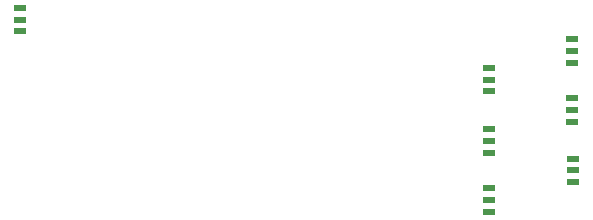
<source format=gbp>
G04*
G04 #@! TF.GenerationSoftware,Altium Limited,Altium Designer,20.1.8 (145)*
G04*
G04 Layer_Color=128*
%FSLAX25Y25*%
%MOIN*%
G70*
G04*
G04 #@! TF.SameCoordinates,8A5546FC-2E64-4ACD-A3F0-66F597033F2E*
G04*
G04*
G04 #@! TF.FilePolarity,Positive*
G04*
G01*
G75*
%ADD91R,0.03937X0.01968*%
D91*
X197638Y178453D02*
D03*
Y182390D02*
D03*
Y186327D02*
D03*
X225197Y216248D02*
D03*
Y212311D02*
D03*
Y208374D02*
D03*
X41339Y218898D02*
D03*
Y222835D02*
D03*
Y226772D02*
D03*
X225590Y168610D02*
D03*
Y172547D02*
D03*
Y176484D02*
D03*
X197638Y166642D02*
D03*
Y162705D02*
D03*
Y158768D02*
D03*
Y198925D02*
D03*
Y202862D02*
D03*
Y206799D02*
D03*
X225197Y196563D02*
D03*
Y192626D02*
D03*
Y188689D02*
D03*
M02*

</source>
